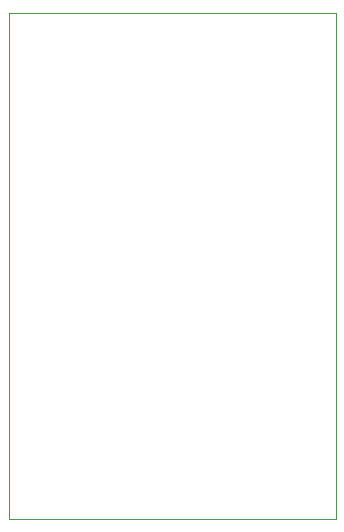
<source format=gbr>
G04 (created by PCBNEW (2013-mar-13)-stable) date Fri 09 Oct 2015 12:04:18 PM CEST*
%MOIN*%
G04 Gerber Fmt 3.4, Leading zero omitted, Abs format*
%FSLAX34Y34*%
G01*
G70*
G90*
G04 APERTURE LIST*
%ADD10C,0.005906*%
%ADD11C,0.003937*%
G04 APERTURE END LIST*
G54D10*
G54D11*
X38050Y-42300D02*
X48950Y-42300D01*
X38050Y-25450D02*
X38050Y-42300D01*
X48950Y-25450D02*
X38050Y-25450D01*
X48950Y-42300D02*
X48950Y-25450D01*
X48950Y-42300D02*
X48950Y-25450D01*
M02*

</source>
